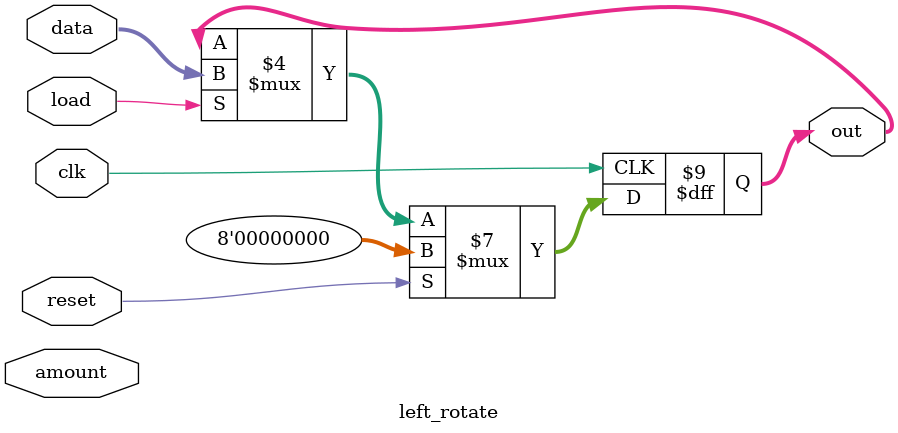
<source format=v>
module left_rotate(clk,reset,amount,data,load,out);
input clk,reset;
input [2:0] amount;
input [7:0] data;
input load;
output reg [7:0] out;
// when load is high, load data to out
// otherwise rotate the out register followed by left shift the out register by amount bits
always @(posedge clk)
begin
	if (reset) begin
	// reset
	out <= 8'b0;
	end
	else if (load) begin
	// load
	out <= data;
	end
	else begin
	// rotate
	out <= {out[7:amount],out[7:0]};
	end
end
endmodule

</source>
